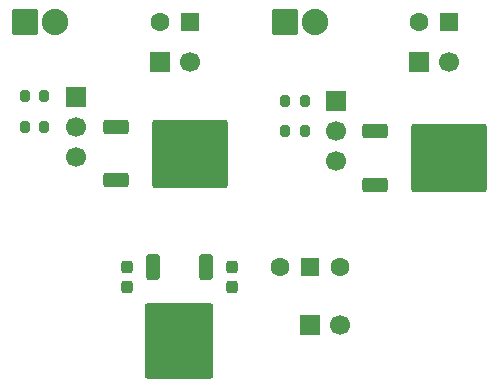
<source format=gbr>
%TF.GenerationSoftware,KiCad,Pcbnew,9.0.2*%
%TF.CreationDate,2025-07-30T16:59:03+09:00*%
%TF.ProjectId,ltr,6c74722e-6b69-4636-9164-5f7063625858,rev?*%
%TF.SameCoordinates,Original*%
%TF.FileFunction,Soldermask,Top*%
%TF.FilePolarity,Negative*%
%FSLAX46Y46*%
G04 Gerber Fmt 4.6, Leading zero omitted, Abs format (unit mm)*
G04 Created by KiCad (PCBNEW 9.0.2) date 2025-07-30 16:59:03*
%MOMM*%
%LPD*%
G01*
G04 APERTURE LIST*
G04 Aperture macros list*
%AMRoundRect*
0 Rectangle with rounded corners*
0 $1 Rounding radius*
0 $2 $3 $4 $5 $6 $7 $8 $9 X,Y pos of 4 corners*
0 Add a 4 corners polygon primitive as box body*
4,1,4,$2,$3,$4,$5,$6,$7,$8,$9,$2,$3,0*
0 Add four circle primitives for the rounded corners*
1,1,$1+$1,$2,$3*
1,1,$1+$1,$4,$5*
1,1,$1+$1,$6,$7*
1,1,$1+$1,$8,$9*
0 Add four rect primitives between the rounded corners*
20,1,$1+$1,$2,$3,$4,$5,0*
20,1,$1+$1,$4,$5,$6,$7,0*
20,1,$1+$1,$6,$7,$8,$9,0*
20,1,$1+$1,$8,$9,$2,$3,0*%
G04 Aperture macros list end*
%ADD10RoundRect,0.250000X0.550000X0.550000X-0.550000X0.550000X-0.550000X-0.550000X0.550000X-0.550000X0*%
%ADD11C,1.600000*%
%ADD12RoundRect,0.250000X-0.870000X-0.870000X0.870000X-0.870000X0.870000X0.870000X-0.870000X0.870000X0*%
%ADD13C,2.240000*%
%ADD14R,1.700000X1.700000*%
%ADD15C,1.700000*%
%ADD16RoundRect,0.200000X-0.200000X-0.275000X0.200000X-0.275000X0.200000X0.275000X-0.200000X0.275000X0*%
%ADD17RoundRect,0.250000X-0.850000X-0.350000X0.850000X-0.350000X0.850000X0.350000X-0.850000X0.350000X0*%
%ADD18RoundRect,0.249997X-2.950003X-2.650003X2.950003X-2.650003X2.950003X2.650003X-2.950003X2.650003X0*%
%ADD19R,1.500000X1.500000*%
%ADD20RoundRect,0.237500X-0.237500X0.300000X-0.237500X-0.300000X0.237500X-0.300000X0.237500X0.300000X0*%
%ADD21RoundRect,0.250000X-0.350000X0.850000X-0.350000X-0.850000X0.350000X-0.850000X0.350000X0.850000X0*%
%ADD22RoundRect,0.249997X-2.650003X2.950003X-2.650003X-2.950003X2.650003X-2.950003X2.650003X2.950003X0*%
G04 APERTURE END LIST*
D10*
%TO.C,D4*%
X128385000Y-57185000D03*
D11*
X125845000Y-57185000D03*
%TD*%
D12*
%TO.C,D3*%
X114520000Y-57185000D03*
D13*
X117060000Y-57185000D03*
%TD*%
D14*
%TO.C,J3*%
X103920000Y-60535000D03*
D15*
X106460000Y-60535000D03*
%TD*%
D14*
%TO.C,J4*%
X125845000Y-60535000D03*
D15*
X128385000Y-60535000D03*
%TD*%
D16*
%TO.C,R3*%
X114510000Y-63860000D03*
X116160000Y-63860000D03*
%TD*%
D12*
%TO.C,D1*%
X92480000Y-57195000D03*
D13*
X95020000Y-57195000D03*
%TD*%
D14*
%TO.C,J5*%
X116620000Y-82825000D03*
D15*
X119160000Y-82825000D03*
%TD*%
D14*
%TO.C,J1*%
X96760000Y-63485000D03*
D15*
X96760000Y-66025000D03*
X96760000Y-68565000D03*
%TD*%
D16*
%TO.C,R2*%
X92460000Y-66025000D03*
X94110000Y-66025000D03*
%TD*%
D17*
%TO.C,Q1*%
X100160000Y-66025000D03*
D18*
X106460000Y-68305000D03*
D17*
X100160000Y-70585000D03*
%TD*%
D10*
%TO.C,D2*%
X106460000Y-57195000D03*
D11*
X103920000Y-57195000D03*
%TD*%
D19*
%TO.C,SW1*%
X116610000Y-77875000D03*
D11*
X114070000Y-77875000D03*
X119150000Y-77875000D03*
%TD*%
D20*
%TO.C,C1*%
X110020000Y-77875000D03*
X110020000Y-79600000D03*
%TD*%
D16*
%TO.C,R1*%
X92460000Y-63475000D03*
X94110000Y-63475000D03*
%TD*%
D20*
%TO.C,C2*%
X101070000Y-77872500D03*
X101070000Y-79597500D03*
%TD*%
D17*
%TO.C,Q2*%
X122085000Y-66400000D03*
D18*
X128385000Y-68680000D03*
D17*
X122085000Y-70960000D03*
%TD*%
D14*
%TO.C,J2*%
X118760000Y-63870000D03*
D15*
X118760000Y-66410000D03*
X118760000Y-68950000D03*
%TD*%
D16*
%TO.C,R4*%
X114510000Y-66410000D03*
X116160000Y-66410000D03*
%TD*%
D21*
%TO.C,U1*%
X107830000Y-77875000D03*
D22*
X105550000Y-84175000D03*
D21*
X103270000Y-77875000D03*
%TD*%
M02*

</source>
